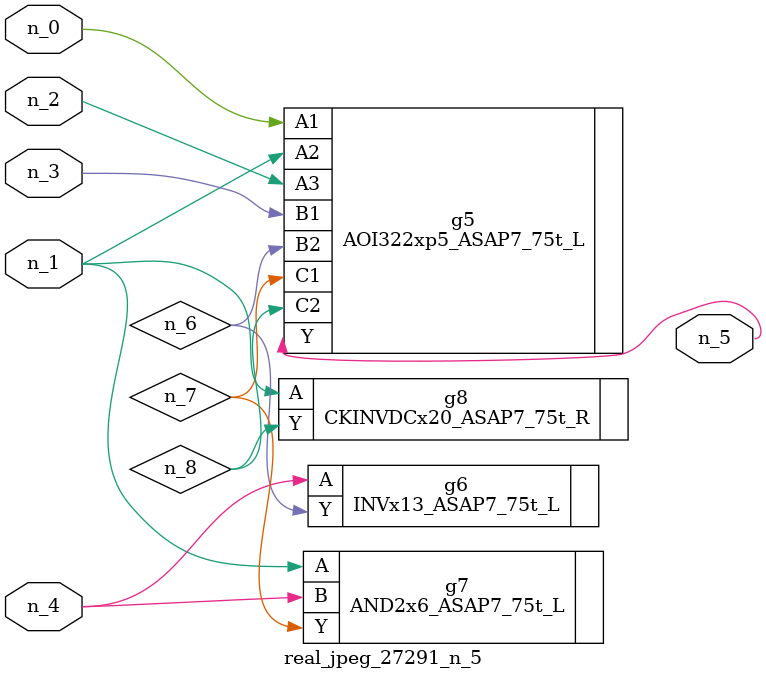
<source format=v>
module real_jpeg_27291_n_5 (n_4, n_0, n_1, n_2, n_3, n_5);

input n_4;
input n_0;
input n_1;
input n_2;
input n_3;

output n_5;

wire n_8;
wire n_6;
wire n_7;

AOI322xp5_ASAP7_75t_L g5 ( 
.A1(n_0),
.A2(n_1),
.A3(n_2),
.B1(n_3),
.B2(n_6),
.C1(n_7),
.C2(n_8),
.Y(n_5)
);

AND2x6_ASAP7_75t_L g7 ( 
.A(n_1),
.B(n_4),
.Y(n_7)
);

CKINVDCx20_ASAP7_75t_R g8 ( 
.A(n_1),
.Y(n_8)
);

INVx13_ASAP7_75t_L g6 ( 
.A(n_4),
.Y(n_6)
);


endmodule
</source>
